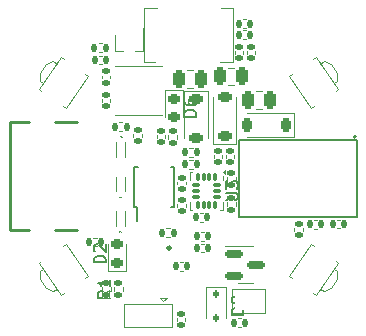
<source format=gbr>
%TF.GenerationSoftware,KiCad,Pcbnew,8.0.7*%
%TF.CreationDate,2025-01-11T23:39:27+09:00*%
%TF.ProjectId,epaper-smart-watch,65706170-6572-42d7-936d-6172742d7761,rev?*%
%TF.SameCoordinates,Original*%
%TF.FileFunction,Legend,Top*%
%TF.FilePolarity,Positive*%
%FSLAX46Y46*%
G04 Gerber Fmt 4.6, Leading zero omitted, Abs format (unit mm)*
G04 Created by KiCad (PCBNEW 8.0.7) date 2025-01-11 23:39:27*
%MOMM*%
%LPD*%
G01*
G04 APERTURE LIST*
G04 Aperture macros list*
%AMRoundRect*
0 Rectangle with rounded corners*
0 $1 Rounding radius*
0 $2 $3 $4 $5 $6 $7 $8 $9 X,Y pos of 4 corners*
0 Add a 4 corners polygon primitive as box body*
4,1,4,$2,$3,$4,$5,$6,$7,$8,$9,$2,$3,0*
0 Add four circle primitives for the rounded corners*
1,1,$1+$1,$2,$3*
1,1,$1+$1,$4,$5*
1,1,$1+$1,$6,$7*
1,1,$1+$1,$8,$9*
0 Add four rect primitives between the rounded corners*
20,1,$1+$1,$2,$3,$4,$5,0*
20,1,$1+$1,$4,$5,$6,$7,0*
20,1,$1+$1,$6,$7,$8,$9,0*
20,1,$1+$1,$8,$9,$2,$3,0*%
%AMRotRect*
0 Rectangle, with rotation*
0 The origin of the aperture is its center*
0 $1 length*
0 $2 width*
0 $3 Rotation angle, in degrees counterclockwise*
0 Add horizontal line*
21,1,$1,$2,0,0,$3*%
G04 Aperture macros list end*
%ADD10C,0.150000*%
%ADD11C,0.100000*%
%ADD12C,0.120000*%
%ADD13C,0.254000*%
%ADD14C,0.200000*%
%ADD15C,0.250000*%
%ADD16R,0.400000X0.480000*%
%ADD17RoundRect,0.140000X-0.140000X-0.170000X0.140000X-0.170000X0.140000X0.170000X-0.140000X0.170000X0*%
%ADD18C,0.700000*%
%ADD19O,2.000000X1.200000*%
%ADD20O,1.800000X1.200000*%
%ADD21R,1.300000X0.300000*%
%ADD22RoundRect,0.150000X-0.587500X-0.150000X0.587500X-0.150000X0.587500X0.150000X-0.587500X0.150000X0*%
%ADD23R,1.200000X3.700000*%
%ADD24R,0.700000X1.200000*%
%ADD25R,0.230000X0.920000*%
%ADD26RoundRect,0.250000X-0.250000X-0.475000X0.250000X-0.475000X0.250000X0.475000X-0.250000X0.475000X0*%
%ADD27RoundRect,0.135000X-0.185000X0.135000X-0.185000X-0.135000X0.185000X-0.135000X0.185000X0.135000X0*%
%ADD28RoundRect,0.135000X0.185000X-0.135000X0.185000X0.135000X-0.185000X0.135000X-0.185000X-0.135000X0*%
%ADD29RoundRect,0.140000X0.170000X-0.140000X0.170000X0.140000X-0.170000X0.140000X-0.170000X-0.140000X0*%
%ADD30RoundRect,0.140000X-0.170000X0.140000X-0.170000X-0.140000X0.170000X-0.140000X0.170000X0.140000X0*%
%ADD31RoundRect,0.135000X-0.135000X-0.185000X0.135000X-0.185000X0.135000X0.185000X-0.135000X0.185000X0*%
%ADD32RoundRect,0.218750X0.256250X-0.218750X0.256250X0.218750X-0.256250X0.218750X-0.256250X-0.218750X0*%
%ADD33RoundRect,0.225000X0.225000X0.375000X-0.225000X0.375000X-0.225000X-0.375000X0.225000X-0.375000X0*%
%ADD34R,0.300000X1.400000*%
%ADD35R,1.000000X1.500000*%
%ADD36RoundRect,0.140000X0.140000X0.170000X-0.140000X0.170000X-0.140000X-0.170000X0.140000X-0.170000X0*%
%ADD37RoundRect,0.135000X0.135000X0.185000X-0.135000X0.185000X-0.135000X-0.185000X0.135000X-0.185000X0*%
%ADD38R,0.450000X0.700000*%
%ADD39C,0.800000*%
%ADD40RotRect,0.900000X1.700000X55.000000*%
%ADD41RoundRect,0.218750X-0.256250X0.218750X-0.256250X-0.218750X0.256250X-0.218750X0.256250X0.218750X0*%
%ADD42RotRect,0.900000X1.700000X125.000000*%
%ADD43RoundRect,0.112500X-0.112500X0.187500X-0.112500X-0.187500X0.112500X-0.187500X0.112500X0.187500X0*%
%ADD44RoundRect,0.225000X0.375000X-0.225000X0.375000X0.225000X-0.375000X0.225000X-0.375000X-0.225000X0*%
%ADD45RoundRect,0.250000X0.250000X0.475000X-0.250000X0.475000X-0.250000X-0.475000X0.250000X-0.475000X0*%
%ADD46RotRect,0.900000X1.700000X305.000000*%
%ADD47RoundRect,0.225000X-0.375000X0.225000X-0.375000X-0.225000X0.375000X-0.225000X0.375000X0.225000X0*%
%ADD48RotRect,0.900000X1.700000X235.000000*%
%ADD49R,0.350000X0.350000*%
%ADD50R,0.300000X0.350000*%
%ADD51R,0.350000X0.250000*%
%ADD52R,0.300000X0.300000*%
%ADD53R,0.600000X0.600000*%
%ADD54RoundRect,0.087500X-0.087500X0.225000X-0.087500X-0.225000X0.087500X-0.225000X0.087500X0.225000X0*%
%ADD55RoundRect,0.087500X-0.225000X0.087500X-0.225000X-0.087500X0.225000X-0.087500X0.225000X0.087500X0*%
%ADD56R,0.250000X0.900000*%
%ADD57R,2.120000X1.310000*%
G04 APERTURE END LIST*
D10*
X137144819Y-105726666D02*
X136668628Y-106059999D01*
X137144819Y-106298094D02*
X136144819Y-106298094D01*
X136144819Y-106298094D02*
X136144819Y-105917142D01*
X136144819Y-105917142D02*
X136192438Y-105821904D01*
X136192438Y-105821904D02*
X136240057Y-105774285D01*
X136240057Y-105774285D02*
X136335295Y-105726666D01*
X136335295Y-105726666D02*
X136478152Y-105726666D01*
X136478152Y-105726666D02*
X136573390Y-105774285D01*
X136573390Y-105774285D02*
X136621009Y-105821904D01*
X136621009Y-105821904D02*
X136668628Y-105917142D01*
X136668628Y-105917142D02*
X136668628Y-106298094D01*
X137144819Y-104774285D02*
X137144819Y-105345713D01*
X137144819Y-105059999D02*
X136144819Y-105059999D01*
X136144819Y-105059999D02*
X136287676Y-105155237D01*
X136287676Y-105155237D02*
X136382914Y-105250475D01*
X136382914Y-105250475D02*
X136430533Y-105345713D01*
X136784819Y-103308094D02*
X135784819Y-103308094D01*
X135784819Y-103308094D02*
X135784819Y-103069999D01*
X135784819Y-103069999D02*
X135832438Y-102927142D01*
X135832438Y-102927142D02*
X135927676Y-102831904D01*
X135927676Y-102831904D02*
X136022914Y-102784285D01*
X136022914Y-102784285D02*
X136213390Y-102736666D01*
X136213390Y-102736666D02*
X136356247Y-102736666D01*
X136356247Y-102736666D02*
X136546723Y-102784285D01*
X136546723Y-102784285D02*
X136641961Y-102831904D01*
X136641961Y-102831904D02*
X136737200Y-102927142D01*
X136737200Y-102927142D02*
X136784819Y-103069999D01*
X136784819Y-103069999D02*
X136784819Y-103308094D01*
X135880057Y-102355713D02*
X135832438Y-102308094D01*
X135832438Y-102308094D02*
X135784819Y-102212856D01*
X135784819Y-102212856D02*
X135784819Y-101974761D01*
X135784819Y-101974761D02*
X135832438Y-101879523D01*
X135832438Y-101879523D02*
X135880057Y-101831904D01*
X135880057Y-101831904D02*
X135975295Y-101784285D01*
X135975295Y-101784285D02*
X136070533Y-101784285D01*
X136070533Y-101784285D02*
X136213390Y-101831904D01*
X136213390Y-101831904D02*
X136784819Y-102403332D01*
X136784819Y-102403332D02*
X136784819Y-101784285D01*
X144444819Y-90968094D02*
X143444819Y-90968094D01*
X143444819Y-90968094D02*
X143444819Y-90729999D01*
X143444819Y-90729999D02*
X143492438Y-90587142D01*
X143492438Y-90587142D02*
X143587676Y-90491904D01*
X143587676Y-90491904D02*
X143682914Y-90444285D01*
X143682914Y-90444285D02*
X143873390Y-90396666D01*
X143873390Y-90396666D02*
X144016247Y-90396666D01*
X144016247Y-90396666D02*
X144206723Y-90444285D01*
X144206723Y-90444285D02*
X144301961Y-90491904D01*
X144301961Y-90491904D02*
X144397200Y-90587142D01*
X144397200Y-90587142D02*
X144444819Y-90729999D01*
X144444819Y-90729999D02*
X144444819Y-90968094D01*
X143444819Y-89539523D02*
X143444819Y-89729999D01*
X143444819Y-89729999D02*
X143492438Y-89825237D01*
X143492438Y-89825237D02*
X143540057Y-89872856D01*
X143540057Y-89872856D02*
X143682914Y-89968094D01*
X143682914Y-89968094D02*
X143873390Y-90015713D01*
X143873390Y-90015713D02*
X144254342Y-90015713D01*
X144254342Y-90015713D02*
X144349580Y-89968094D01*
X144349580Y-89968094D02*
X144397200Y-89920475D01*
X144397200Y-89920475D02*
X144444819Y-89825237D01*
X144444819Y-89825237D02*
X144444819Y-89634761D01*
X144444819Y-89634761D02*
X144397200Y-89539523D01*
X144397200Y-89539523D02*
X144349580Y-89491904D01*
X144349580Y-89491904D02*
X144254342Y-89444285D01*
X144254342Y-89444285D02*
X144016247Y-89444285D01*
X144016247Y-89444285D02*
X143921009Y-89491904D01*
X143921009Y-89491904D02*
X143873390Y-89539523D01*
X143873390Y-89539523D02*
X143825771Y-89634761D01*
X143825771Y-89634761D02*
X143825771Y-89825237D01*
X143825771Y-89825237D02*
X143873390Y-89920475D01*
X143873390Y-89920475D02*
X143921009Y-89968094D01*
X143921009Y-89968094D02*
X144016247Y-90015713D01*
X148454819Y-107730594D02*
X147454819Y-107730594D01*
X147454819Y-107730594D02*
X147454819Y-107492499D01*
X147454819Y-107492499D02*
X147502438Y-107349642D01*
X147502438Y-107349642D02*
X147597676Y-107254404D01*
X147597676Y-107254404D02*
X147692914Y-107206785D01*
X147692914Y-107206785D02*
X147883390Y-107159166D01*
X147883390Y-107159166D02*
X148026247Y-107159166D01*
X148026247Y-107159166D02*
X148216723Y-107206785D01*
X148216723Y-107206785D02*
X148311961Y-107254404D01*
X148311961Y-107254404D02*
X148407200Y-107349642D01*
X148407200Y-107349642D02*
X148454819Y-107492499D01*
X148454819Y-107492499D02*
X148454819Y-107730594D01*
X148454819Y-106682975D02*
X148454819Y-106492499D01*
X148454819Y-106492499D02*
X148407200Y-106397261D01*
X148407200Y-106397261D02*
X148359580Y-106349642D01*
X148359580Y-106349642D02*
X148216723Y-106254404D01*
X148216723Y-106254404D02*
X148026247Y-106206785D01*
X148026247Y-106206785D02*
X147645295Y-106206785D01*
X147645295Y-106206785D02*
X147550057Y-106254404D01*
X147550057Y-106254404D02*
X147502438Y-106302023D01*
X147502438Y-106302023D02*
X147454819Y-106397261D01*
X147454819Y-106397261D02*
X147454819Y-106587737D01*
X147454819Y-106587737D02*
X147502438Y-106682975D01*
X147502438Y-106682975D02*
X147550057Y-106730594D01*
X147550057Y-106730594D02*
X147645295Y-106778213D01*
X147645295Y-106778213D02*
X147883390Y-106778213D01*
X147883390Y-106778213D02*
X147978628Y-106730594D01*
X147978628Y-106730594D02*
X148026247Y-106682975D01*
X148026247Y-106682975D02*
X148073866Y-106587737D01*
X148073866Y-106587737D02*
X148073866Y-106397261D01*
X148073866Y-106397261D02*
X148026247Y-106302023D01*
X148026247Y-106302023D02*
X147978628Y-106254404D01*
X147978628Y-106254404D02*
X147883390Y-106206785D01*
X146974819Y-98021904D02*
X147784342Y-98021904D01*
X147784342Y-98021904D02*
X147879580Y-97974285D01*
X147879580Y-97974285D02*
X147927200Y-97926666D01*
X147927200Y-97926666D02*
X147974819Y-97831428D01*
X147974819Y-97831428D02*
X147974819Y-97640952D01*
X147974819Y-97640952D02*
X147927200Y-97545714D01*
X147927200Y-97545714D02*
X147879580Y-97498095D01*
X147879580Y-97498095D02*
X147784342Y-97450476D01*
X147784342Y-97450476D02*
X146974819Y-97450476D01*
X146974819Y-97069523D02*
X146974819Y-96450476D01*
X146974819Y-96450476D02*
X147355771Y-96783809D01*
X147355771Y-96783809D02*
X147355771Y-96640952D01*
X147355771Y-96640952D02*
X147403390Y-96545714D01*
X147403390Y-96545714D02*
X147451009Y-96498095D01*
X147451009Y-96498095D02*
X147546247Y-96450476D01*
X147546247Y-96450476D02*
X147784342Y-96450476D01*
X147784342Y-96450476D02*
X147879580Y-96498095D01*
X147879580Y-96498095D02*
X147927200Y-96545714D01*
X147927200Y-96545714D02*
X147974819Y-96640952D01*
X147974819Y-96640952D02*
X147974819Y-96926666D01*
X147974819Y-96926666D02*
X147927200Y-97021904D01*
X147927200Y-97021904D02*
X147879580Y-97069523D01*
D11*
%TO.C,D1*%
X137649000Y-93151000D02*
X137649000Y-94351000D01*
X138049000Y-92651000D02*
X138049000Y-92651000D01*
X138149000Y-92651000D02*
X138149000Y-92651000D01*
X138449000Y-93151000D02*
X138449000Y-94351000D01*
X138049000Y-92651000D02*
G75*
G02*
X138149000Y-92651000I50000J0D01*
G01*
X138149000Y-92651000D02*
G75*
G02*
X138049000Y-92651000I-50000J0D01*
G01*
D12*
%TO.C,C21*%
X156372164Y-99710000D02*
X156587836Y-99710000D01*
X156372164Y-100430000D02*
X156587836Y-100430000D01*
D13*
%TO.C,P1*%
X128706000Y-91428000D02*
X128706000Y-100572000D01*
X128706000Y-100572000D02*
X130279000Y-100572000D01*
X130279000Y-91428000D02*
X128706000Y-91428000D01*
X132463000Y-100572000D02*
X134359000Y-100572000D01*
X134359000Y-91428000D02*
X132463000Y-91428000D01*
D12*
%TO.C,Q1*%
X148600000Y-101945000D02*
X146925000Y-101945000D01*
X148600000Y-101945000D02*
X149250000Y-101945000D01*
X148600000Y-105065000D02*
X147950000Y-105065000D01*
X148600000Y-105065000D02*
X149250000Y-105065000D01*
%TO.C,L1*%
X137570000Y-86650000D02*
X141570000Y-86650000D01*
X137570000Y-90850000D02*
X141570000Y-90850000D01*
%TO.C,J1*%
X140050000Y-81810000D02*
X140050000Y-86310000D01*
X140050000Y-86310000D02*
X140940000Y-86310000D01*
X141140000Y-81810000D02*
X140050000Y-81810000D01*
X146550000Y-81810000D02*
X147550000Y-81810000D01*
X147550000Y-81810000D02*
X147550000Y-86310000D01*
X147550000Y-86310000D02*
X146460000Y-86310000D01*
%TO.C,C4*%
X148442164Y-82740000D02*
X148657836Y-82740000D01*
X148442164Y-83460000D02*
X148657836Y-83460000D01*
%TO.C,C11*%
X149488748Y-88815000D02*
X150011252Y-88815000D01*
X149488748Y-90285000D02*
X150011252Y-90285000D01*
D11*
%TO.C,D4*%
X137649000Y-100193000D02*
X137649000Y-98993000D01*
X137949000Y-100693000D02*
X137949000Y-100693000D01*
X138049000Y-100693000D02*
X138049000Y-100693000D01*
X138449000Y-100193000D02*
X138449000Y-98993000D01*
X137949000Y-100693000D02*
G75*
G02*
X138049000Y-100693000I50000J0D01*
G01*
X138049000Y-100693000D02*
G75*
G02*
X137949000Y-100693000I-50000J0D01*
G01*
D12*
%TO.C,R2*%
X147030000Y-98186359D02*
X147030000Y-98493641D01*
X147790000Y-98186359D02*
X147790000Y-98493641D01*
%TO.C,R1*%
X137480000Y-105713641D02*
X137480000Y-105406359D01*
X138240000Y-105713641D02*
X138240000Y-105406359D01*
%TO.C,C15*%
X141110000Y-92767836D02*
X141110000Y-92552164D01*
X141830000Y-92767836D02*
X141830000Y-92552164D01*
%TO.C,C14*%
X144892164Y-100740000D02*
X145107836Y-100740000D01*
X144892164Y-101460000D02*
X145107836Y-101460000D01*
%TO.C,C25*%
X142865000Y-96492164D02*
X142865000Y-96707836D01*
X143585000Y-96492164D02*
X143585000Y-96707836D01*
%TO.C,C12*%
X142820000Y-108032164D02*
X142820000Y-108247836D01*
X143540000Y-108032164D02*
X143540000Y-108247836D01*
%TO.C,C16*%
X145940000Y-94427836D02*
X145940000Y-94212164D01*
X146660000Y-94427836D02*
X146660000Y-94212164D01*
%TO.C,C13*%
X143112164Y-103290000D02*
X143327836Y-103290000D01*
X143112164Y-104010000D02*
X143327836Y-104010000D01*
%TO.C,R15*%
X143856359Y-93620000D02*
X144163641Y-93620000D01*
X143856359Y-94380000D02*
X144163641Y-94380000D01*
%TO.C,D2*%
X137025000Y-101770000D02*
X137025000Y-104055000D01*
X137025000Y-104055000D02*
X138495000Y-104055000D01*
X138495000Y-104055000D02*
X138495000Y-101770000D01*
%TO.C,D5*%
X152760000Y-90700000D02*
X148750000Y-90700000D01*
X152760000Y-92700000D02*
X148750000Y-92700000D01*
X152760000Y-92700000D02*
X152760000Y-90700000D01*
D10*
%TO.C,U1*%
X139225000Y-95225000D02*
X139525000Y-95225000D01*
X139225000Y-98575000D02*
X139225000Y-95225000D01*
X139225000Y-98575000D02*
X139450000Y-98575000D01*
X139450000Y-98575000D02*
X139450000Y-99800000D01*
X142575000Y-95225000D02*
X142275000Y-95225000D01*
X142575000Y-98575000D02*
X142275000Y-98575000D01*
X142575000Y-98575000D02*
X142575000Y-95225000D01*
D12*
%TO.C,R9*%
X136470000Y-105723641D02*
X136470000Y-105416359D01*
X137230000Y-105723641D02*
X137230000Y-105416359D01*
%TO.C,J3*%
X138315000Y-106800000D02*
X142415000Y-106800000D01*
X138315000Y-108800000D02*
X138315000Y-106800000D01*
X141665000Y-106600000D02*
X141365000Y-106300000D01*
X141665000Y-106600000D02*
X141965000Y-106300000D01*
X141965000Y-106300000D02*
X141365000Y-106300000D01*
X142415000Y-106800000D02*
X142415000Y-108800000D01*
X142415000Y-108800000D02*
X138315000Y-108800000D01*
%TO.C,C8*%
X136457836Y-85790000D02*
X136242164Y-85790000D01*
X136457836Y-86510000D02*
X136242164Y-86510000D01*
%TO.C,C19*%
X152770000Y-100432164D02*
X152770000Y-100647836D01*
X153490000Y-100432164D02*
X153490000Y-100647836D01*
%TO.C,C2*%
X136440000Y-89492164D02*
X136440000Y-89707836D01*
X137160000Y-89492164D02*
X137160000Y-89707836D01*
%TO.C,C22*%
X144892164Y-101740000D02*
X145107836Y-101740000D01*
X144892164Y-102460000D02*
X145107836Y-102460000D01*
%TO.C,R3*%
X136043641Y-101200000D02*
X135736359Y-101200000D01*
X136043641Y-101960000D02*
X135736359Y-101960000D01*
%TO.C,C20*%
X154462164Y-99720000D02*
X154677836Y-99720000D01*
X154462164Y-100440000D02*
X154677836Y-100440000D01*
%TO.C,Q3*%
X137590000Y-84040000D02*
X137590000Y-85450000D01*
X138250000Y-85450000D02*
X137590000Y-85450000D01*
X139910000Y-85450000D02*
X139250000Y-85450000D01*
X139910000Y-85450000D02*
X139910000Y-83420000D01*
%TO.C,R14*%
X142080000Y-92833641D02*
X142080000Y-92526359D01*
X142840000Y-92833641D02*
X142840000Y-92526359D01*
%TO.C,SW1*%
X131106786Y-88648594D02*
X132999588Y-85945392D01*
X131192992Y-87305066D02*
X131217482Y-87932601D01*
X131192992Y-87305066D02*
X131766569Y-86485913D01*
X131217482Y-87932601D02*
X131479611Y-88116145D01*
X131352532Y-88820667D02*
X131106786Y-88648594D01*
X131766569Y-86485913D02*
X132364635Y-86294296D01*
X132364635Y-86294296D02*
X132626764Y-86477841D01*
X132999588Y-85945392D02*
X133245334Y-86117465D01*
X133154666Y-90082535D02*
X133400412Y-90254608D01*
X133400412Y-90254608D02*
X135293214Y-87551406D01*
X135293214Y-87551406D02*
X135047468Y-87379333D01*
%TO.C,D6*%
X141825000Y-88745000D02*
X141825000Y-91030000D01*
X143295000Y-88745000D02*
X141825000Y-88745000D01*
X143295000Y-91030000D02*
X143295000Y-88745000D01*
%TO.C,R4*%
X137893359Y-91441000D02*
X138200641Y-91441000D01*
X137893359Y-92201000D02*
X138200641Y-92201000D01*
%TO.C,C1*%
X136440000Y-87727836D02*
X136440000Y-87512164D01*
X137160000Y-87727836D02*
X137160000Y-87512164D01*
%TO.C,SW4*%
X131106786Y-103351406D02*
X131352532Y-103179333D01*
X131192992Y-104694934D02*
X131217482Y-104067399D01*
X131217482Y-104067399D02*
X131479611Y-103883855D01*
X131766569Y-105514087D02*
X131192992Y-104694934D01*
X131766569Y-105514087D02*
X132364635Y-105705704D01*
X132364635Y-105705704D02*
X132626764Y-105522159D01*
X132999588Y-106054608D02*
X131106786Y-103351406D01*
X133245334Y-105882535D02*
X132999588Y-106054608D01*
X133400412Y-101745392D02*
X133154666Y-101917465D01*
X135047468Y-104620667D02*
X135293214Y-104448594D01*
X135293214Y-104448594D02*
X133400412Y-101745392D01*
%TO.C,R16*%
X143836359Y-94620000D02*
X144143641Y-94620000D01*
X143836359Y-95380000D02*
X144143641Y-95380000D01*
D11*
%TO.C,D3*%
X137649000Y-97272000D02*
X137649000Y-96072000D01*
X137949000Y-97772000D02*
X137949000Y-97772000D01*
X138049000Y-97772000D02*
X138049000Y-97772000D01*
X138449000Y-97272000D02*
X138449000Y-96072000D01*
X137949000Y-97772000D02*
G75*
G02*
X138049000Y-97772000I50000J0D01*
G01*
X138049000Y-97772000D02*
G75*
G02*
X137949000Y-97772000I-50000J0D01*
G01*
D12*
%TO.C,C9*%
X146940000Y-94427836D02*
X146940000Y-94212164D01*
X147660000Y-94427836D02*
X147660000Y-94212164D01*
%TO.C,D9*%
X145300000Y-105382500D02*
X145300000Y-108042500D01*
X147000000Y-105382500D02*
X145300000Y-105382500D01*
X147000000Y-105382500D02*
X147000000Y-108042500D01*
%TO.C,D8*%
X145850000Y-93310000D02*
X145850000Y-89300000D01*
X145850000Y-93310000D02*
X147850000Y-93310000D01*
X147850000Y-93310000D02*
X147850000Y-89300000D01*
%TO.C,C3*%
X144171252Y-87035000D02*
X143648748Y-87035000D01*
X144171252Y-88505000D02*
X143648748Y-88505000D01*
%TO.C,M1*%
X147500000Y-105600000D02*
X150300000Y-105600000D01*
X147500000Y-107600000D02*
X147500000Y-105600000D01*
X150300000Y-105600000D02*
X150300000Y-107600000D01*
X150300000Y-107600000D02*
X147500000Y-107600000D01*
%TO.C,SW2*%
X152306786Y-87551406D02*
X154199588Y-90254608D01*
X152552532Y-87379333D02*
X152306786Y-87551406D01*
X154199588Y-90254608D02*
X154445334Y-90082535D01*
X154354666Y-86117465D02*
X154600412Y-85945392D01*
X154600412Y-85945392D02*
X156493214Y-88648594D01*
X155235365Y-86294296D02*
X154973236Y-86477841D01*
X155833431Y-86485913D02*
X155235365Y-86294296D01*
X155833431Y-86485913D02*
X156407008Y-87305066D01*
X156382518Y-87932601D02*
X156120389Y-88116145D01*
X156407008Y-87305066D02*
X156382518Y-87932601D01*
X156493214Y-88648594D02*
X156247468Y-88820667D01*
%TO.C,C24*%
X142865000Y-98587836D02*
X142865000Y-98372164D01*
X143585000Y-98587836D02*
X143585000Y-98372164D01*
%TO.C,C7*%
X147722000Y-85442164D02*
X147722000Y-85657836D01*
X148442000Y-85442164D02*
X148442000Y-85657836D01*
%TO.C,C23*%
X148032164Y-108040000D02*
X148247836Y-108040000D01*
X148032164Y-108760000D02*
X148247836Y-108760000D01*
%TO.C,R6*%
X136186359Y-84770000D02*
X136493641Y-84770000D01*
X136186359Y-85530000D02*
X136493641Y-85530000D01*
%TO.C,C18*%
X144792164Y-99140000D02*
X145007836Y-99140000D01*
X144792164Y-99860000D02*
X145007836Y-99860000D01*
%TO.C,D7*%
X143450000Y-88770000D02*
X143450000Y-92780000D01*
X145450000Y-88770000D02*
X143450000Y-88770000D01*
X145450000Y-88770000D02*
X145450000Y-92780000D01*
%TO.C,R7*%
X147026019Y-96107025D02*
X147026019Y-96414307D01*
X147786019Y-96107025D02*
X147786019Y-96414307D01*
%TO.C,C6*%
X148740000Y-85442164D02*
X148740000Y-85657836D01*
X149460000Y-85442164D02*
X149460000Y-85657836D01*
%TO.C,C10*%
X147138748Y-86815000D02*
X147661252Y-86815000D01*
X147138748Y-88285000D02*
X147661252Y-88285000D01*
%TO.C,C5*%
X148452164Y-83670000D02*
X148667836Y-83670000D01*
X148452164Y-84390000D02*
X148667836Y-84390000D01*
%TO.C,SW3*%
X152306786Y-104448594D02*
X152552532Y-104620667D01*
X154199588Y-101745392D02*
X152306786Y-104448594D01*
X154445334Y-101917465D02*
X154199588Y-101745392D01*
X154600412Y-106054608D02*
X154354666Y-105882535D01*
X155235365Y-105705704D02*
X154973236Y-105522159D01*
X155833431Y-105514087D02*
X155235365Y-105705704D01*
X156247468Y-103179333D02*
X156493214Y-103351406D01*
X156382518Y-104067399D02*
X156120389Y-103883855D01*
X156407008Y-104694934D02*
X155833431Y-105514087D01*
X156407008Y-104694934D02*
X156382518Y-104067399D01*
X156493214Y-103351406D02*
X154600412Y-106054608D01*
D10*
%TO.C,U2*%
X148070000Y-92980000D02*
X148070000Y-99480000D01*
X148070000Y-99480000D02*
X158040000Y-99480000D01*
X158070000Y-92980000D02*
X148070000Y-92980000D01*
X158070000Y-99480000D02*
X158070000Y-92980000D01*
D14*
X157970000Y-92660000D02*
G75*
G02*
X157770000Y-92660000I-100000J0D01*
G01*
X157770000Y-92660000D02*
G75*
G02*
X157970000Y-92660000I100000J0D01*
G01*
D12*
%TO.C,R5*%
X142203641Y-100420000D02*
X141896359Y-100420000D01*
X142203641Y-101180000D02*
X141896359Y-101180000D01*
%TO.C,C17*%
X139140000Y-92647836D02*
X139140000Y-92432164D01*
X139860000Y-92647836D02*
X139860000Y-92432164D01*
%TO.C,U3*%
X143960000Y-95650000D02*
X144135000Y-95650000D01*
X143960000Y-96325000D02*
X143960000Y-95650000D01*
X143960000Y-98195000D02*
X143960000Y-98870000D01*
X143960000Y-98870000D02*
X144135000Y-98870000D01*
X146680000Y-96325000D02*
X146680000Y-95950000D01*
X146680000Y-98195000D02*
X146680000Y-98870000D01*
X146680000Y-98870000D02*
X146505000Y-98870000D01*
X146870000Y-95790000D02*
X146680000Y-95650000D01*
X146870000Y-95510000D01*
X146870000Y-95790000D01*
G36*
X146870000Y-95790000D02*
G01*
X146680000Y-95650000D01*
X146870000Y-95510000D01*
X146870000Y-95790000D01*
G37*
D15*
%TO.C,PS1*%
X142275000Y-102100000D02*
G75*
G02*
X142025000Y-102100000I-125000J0D01*
G01*
X142025000Y-102100000D02*
G75*
G02*
X142275000Y-102100000I125000J0D01*
G01*
%TD*%
%LPC*%
D16*
%TO.C,D1*%
X138049000Y-93091000D03*
X138049000Y-94411000D03*
%TD*%
D17*
%TO.C,C21*%
X156000000Y-100070000D03*
X156960000Y-100070000D03*
%TD*%
D18*
%TO.C,P1*%
X135021000Y-93110000D03*
X135021000Y-98890000D03*
D19*
X135551000Y-91680000D03*
X135551000Y-100320000D03*
D20*
X131371000Y-91680000D03*
X131371000Y-100320000D03*
D21*
X136201000Y-92650000D03*
X136201000Y-93450000D03*
X136201000Y-94750000D03*
X136201000Y-95750000D03*
X136201000Y-96250000D03*
X136201000Y-97250000D03*
X136201000Y-98550000D03*
X136201000Y-99350000D03*
X136201000Y-99050000D03*
X136201000Y-98250000D03*
X136201000Y-97750000D03*
X136201000Y-96750000D03*
X136201000Y-95250000D03*
X136201000Y-94250000D03*
X136201000Y-93750000D03*
X136201000Y-92950000D03*
%TD*%
D22*
%TO.C,Q1*%
X147662500Y-102555000D03*
X147662500Y-104455000D03*
X149537500Y-103505000D03*
%TD*%
D23*
%TO.C,L1*%
X138170000Y-88750000D03*
X140970000Y-88750000D03*
%TD*%
D24*
%TO.C,J1*%
X140700000Y-82600000D03*
X140700000Y-85600000D03*
X146900000Y-82600000D03*
X146900000Y-85600000D03*
D25*
X146000000Y-82460000D03*
X146000000Y-85740000D03*
X145600000Y-82460000D03*
X145600000Y-85740000D03*
X145200000Y-82460000D03*
X145200000Y-85740000D03*
X144800000Y-82460000D03*
X144800000Y-85740000D03*
X144400000Y-82460000D03*
X144400000Y-85740000D03*
X144000000Y-82460000D03*
X144000000Y-85740000D03*
X143600000Y-82460000D03*
X143600000Y-85740000D03*
X143200000Y-82460000D03*
X143200000Y-85740000D03*
X142800000Y-82460000D03*
X142800000Y-85740000D03*
X142400000Y-82460000D03*
X142400000Y-85740000D03*
X142000000Y-82460000D03*
X142000000Y-85740000D03*
X141600000Y-82460000D03*
X141600000Y-85740000D03*
%TD*%
D17*
%TO.C,C4*%
X148070000Y-83100000D03*
X149030000Y-83100000D03*
%TD*%
D26*
%TO.C,C11*%
X148800000Y-89550000D03*
X150700000Y-89550000D03*
%TD*%
D16*
%TO.C,D4*%
X138049000Y-100253000D03*
X138049000Y-98933000D03*
%TD*%
D27*
%TO.C,R2*%
X147410000Y-97830000D03*
X147410000Y-98850000D03*
%TD*%
D28*
%TO.C,R1*%
X137860000Y-106070000D03*
X137860000Y-105050000D03*
%TD*%
D29*
%TO.C,C15*%
X141470000Y-93140000D03*
X141470000Y-92180000D03*
%TD*%
D17*
%TO.C,C14*%
X144520000Y-101100000D03*
X145480000Y-101100000D03*
%TD*%
D30*
%TO.C,C25*%
X143225000Y-96120000D03*
X143225000Y-97080000D03*
%TD*%
%TO.C,C12*%
X143180000Y-107660000D03*
X143180000Y-108620000D03*
%TD*%
D29*
%TO.C,C16*%
X146300000Y-94800000D03*
X146300000Y-93840000D03*
%TD*%
D17*
%TO.C,C13*%
X142740000Y-103650000D03*
X143700000Y-103650000D03*
%TD*%
D31*
%TO.C,R15*%
X143500000Y-94000000D03*
X144520000Y-94000000D03*
%TD*%
D32*
%TO.C,D2*%
X137760000Y-103357500D03*
X137760000Y-101782500D03*
%TD*%
D33*
%TO.C,D5*%
X152050000Y-91700000D03*
X148750000Y-91700000D03*
%TD*%
D34*
%TO.C,U1*%
X139900000Y-99100000D03*
X140400000Y-99100000D03*
X140900000Y-99100000D03*
X141400000Y-99100000D03*
X141900000Y-99100000D03*
X141900000Y-94700000D03*
X141400000Y-94700000D03*
X140900000Y-94700000D03*
X140400000Y-94700000D03*
X139900000Y-94700000D03*
%TD*%
D28*
%TO.C,R9*%
X136850000Y-106080000D03*
X136850000Y-105060000D03*
%TD*%
D35*
%TO.C,J3*%
X141665000Y-107800000D03*
X140365000Y-107800000D03*
X139065000Y-107800000D03*
%TD*%
D36*
%TO.C,C8*%
X136830000Y-86150000D03*
X135870000Y-86150000D03*
%TD*%
D30*
%TO.C,C19*%
X153130000Y-100060000D03*
X153130000Y-101020000D03*
%TD*%
%TO.C,C2*%
X136800000Y-89120000D03*
X136800000Y-90080000D03*
%TD*%
D17*
%TO.C,C22*%
X144520000Y-102100000D03*
X145480000Y-102100000D03*
%TD*%
D37*
%TO.C,R3*%
X136400000Y-101580000D03*
X135380000Y-101580000D03*
%TD*%
D17*
%TO.C,C20*%
X154090000Y-100080000D03*
X155050000Y-100080000D03*
%TD*%
D38*
%TO.C,Q3*%
X139400000Y-83720000D03*
X138100000Y-83720000D03*
X138750000Y-85720000D03*
%TD*%
D28*
%TO.C,R14*%
X142460000Y-93190000D03*
X142460000Y-92170000D03*
%TD*%
D39*
%TO.C,SW1*%
X133200000Y-88100000D03*
D40*
X132224920Y-89492558D03*
X134175080Y-86707442D03*
%TD*%
D41*
%TO.C,D6*%
X142560000Y-89442500D03*
X142560000Y-91017500D03*
%TD*%
D31*
%TO.C,R4*%
X137537000Y-91821000D03*
X138557000Y-91821000D03*
%TD*%
D29*
%TO.C,C1*%
X136800000Y-88100000D03*
X136800000Y-87140000D03*
%TD*%
D39*
%TO.C,SW4*%
X133200000Y-103900000D03*
D42*
X134175080Y-105292558D03*
X132224920Y-102507442D03*
%TD*%
D31*
%TO.C,R16*%
X143480000Y-95000000D03*
X144500000Y-95000000D03*
%TD*%
D16*
%TO.C,D3*%
X138049000Y-97332000D03*
X138049000Y-96012000D03*
%TD*%
D29*
%TO.C,C9*%
X147300000Y-94800000D03*
X147300000Y-93840000D03*
%TD*%
D43*
%TO.C,D9*%
X146150000Y-105942500D03*
X146150000Y-108042500D03*
%TD*%
D44*
%TO.C,D8*%
X146850000Y-92600000D03*
X146850000Y-89300000D03*
%TD*%
D45*
%TO.C,C3*%
X144860000Y-87770000D03*
X142960000Y-87770000D03*
%TD*%
D35*
%TO.C,M1*%
X148250000Y-106600000D03*
X149550000Y-106600000D03*
%TD*%
D39*
%TO.C,SW2*%
X154400000Y-88100000D03*
D46*
X153424920Y-86707442D03*
X155375080Y-89492558D03*
%TD*%
D29*
%TO.C,C24*%
X143225000Y-98960000D03*
X143225000Y-98000000D03*
%TD*%
D30*
%TO.C,C7*%
X148082000Y-85070000D03*
X148082000Y-86030000D03*
%TD*%
D17*
%TO.C,C23*%
X147660000Y-108400000D03*
X148620000Y-108400000D03*
%TD*%
D31*
%TO.C,R6*%
X135830000Y-85150000D03*
X136850000Y-85150000D03*
%TD*%
D17*
%TO.C,C18*%
X144420000Y-99500000D03*
X145380000Y-99500000D03*
%TD*%
D47*
%TO.C,D7*%
X144450000Y-89480000D03*
X144450000Y-92780000D03*
%TD*%
D27*
%TO.C,R7*%
X147406019Y-95750666D03*
X147406019Y-96770666D03*
%TD*%
D30*
%TO.C,C6*%
X149100000Y-85070000D03*
X149100000Y-86030000D03*
%TD*%
D26*
%TO.C,C10*%
X146450000Y-87550000D03*
X148350000Y-87550000D03*
%TD*%
D17*
%TO.C,C5*%
X148080000Y-84030000D03*
X149040000Y-84030000D03*
%TD*%
D39*
%TO.C,SW3*%
X154400000Y-103900000D03*
D48*
X155375080Y-102507442D03*
X153424920Y-105292558D03*
%TD*%
D49*
%TO.C,U2*%
X157610000Y-93460000D03*
D50*
X157010000Y-93460000D03*
X156410000Y-93460000D03*
X155810000Y-93460000D03*
X155210000Y-93460000D03*
X154600000Y-93460000D03*
X154070000Y-93460000D03*
X153570000Y-93460000D03*
X153070000Y-93460000D03*
X152570000Y-93460000D03*
X152070000Y-93460000D03*
X151570000Y-93460000D03*
X151060000Y-93460000D03*
X150560000Y-93460000D03*
X150060000Y-93460000D03*
X149560000Y-93460000D03*
X149060000Y-93460000D03*
D49*
X148530000Y-93460000D03*
D51*
X148530000Y-93980000D03*
X148530000Y-94430000D03*
X148530000Y-94880000D03*
X148530000Y-95330000D03*
X148530000Y-95780000D03*
X148530000Y-96230000D03*
X148530000Y-96680000D03*
X148530000Y-97130000D03*
X148530000Y-97580000D03*
X148530000Y-98030000D03*
X148530000Y-98480000D03*
D49*
X148530000Y-99000000D03*
D50*
X149060000Y-99000000D03*
X149560000Y-99000000D03*
X150060000Y-99000000D03*
X150560000Y-99000000D03*
X151060000Y-99000000D03*
X151570000Y-99000000D03*
X152070000Y-99000000D03*
X152570000Y-99000000D03*
X153070000Y-99000000D03*
X153570000Y-99000000D03*
X154070000Y-99000000D03*
X154600000Y-99000000D03*
X155210000Y-99000000D03*
X155810000Y-99000000D03*
X156410000Y-99000000D03*
X157010000Y-99000000D03*
X157610000Y-99000000D03*
D52*
X157610000Y-98480000D03*
X157010000Y-98480000D03*
X156410000Y-98480000D03*
X155810000Y-98480000D03*
X155210000Y-98480000D03*
D51*
X154600000Y-98480000D03*
X154600000Y-98030000D03*
X154600000Y-97580000D03*
X154600000Y-97130000D03*
X154600000Y-96680000D03*
X154600000Y-96230000D03*
X154600000Y-95780000D03*
X154600000Y-95330000D03*
X154600000Y-94880000D03*
X154600000Y-94430000D03*
X154600000Y-93980000D03*
D52*
X155210000Y-93980000D03*
X155810000Y-93980000D03*
X156410000Y-93980000D03*
X157010000Y-93980000D03*
X157610000Y-93980000D03*
D53*
X152620000Y-95280000D03*
X151570000Y-95280000D03*
X150520000Y-95280000D03*
X150520000Y-96230000D03*
X151570000Y-96230000D03*
X152620000Y-96230000D03*
X152620000Y-97180000D03*
X151570000Y-97180000D03*
X150520000Y-97180000D03*
%TD*%
D37*
%TO.C,R5*%
X142560000Y-100800000D03*
X141540000Y-100800000D03*
%TD*%
D29*
%TO.C,C17*%
X139500000Y-93020000D03*
X139500000Y-92060000D03*
%TD*%
D54*
%TO.C,U3*%
X146070000Y-96097500D03*
X145570000Y-96097500D03*
X145070000Y-96097500D03*
X144570000Y-96097500D03*
D55*
X144407500Y-96760000D03*
X144407500Y-97260000D03*
X144407500Y-97760000D03*
D54*
X144570000Y-98422500D03*
X145070000Y-98422500D03*
X145570000Y-98422500D03*
X146070000Y-98422500D03*
D55*
X146232500Y-97760000D03*
X146232500Y-97260000D03*
X146232500Y-96760000D03*
%TD*%
D56*
%TO.C,PS1*%
X141525000Y-102550000D03*
X141075000Y-102550000D03*
X140625000Y-102550000D03*
X140175000Y-102550000D03*
X139725000Y-102550000D03*
X139275000Y-102550000D03*
X139275000Y-105450000D03*
X139725000Y-105450000D03*
X140175000Y-105450000D03*
X140625000Y-105450000D03*
X141075000Y-105450000D03*
X141525000Y-105450000D03*
D57*
X140400000Y-104000000D03*
%TD*%
%LPD*%
M02*

</source>
